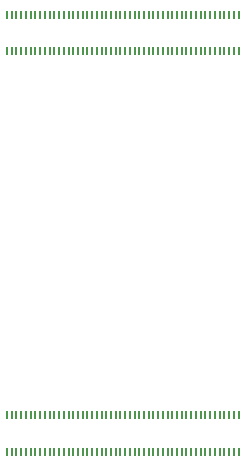
<source format=gbp>
%FSTAX23Y23*%
%MOIN*%
%SFA1B1*%

%IPPOS*%
%ADD32R,0.007870X0.027560*%
%LNtime4cm4_modular-1*%
%LPD*%
G54D32*
X00598Y00062D03*
Y00183D03*
X00614Y00062D03*
Y00183D03*
X00629Y00062D03*
Y00183D03*
X00645Y00062D03*
Y00183D03*
X00661Y00062D03*
Y00183D03*
X00677Y00062D03*
Y00183D03*
X00692Y00062D03*
Y00183D03*
X00708Y00062D03*
Y00183D03*
X00724Y00062D03*
Y00183D03*
X0074Y00062D03*
Y00183D03*
X00755Y00062D03*
Y00183D03*
X00771Y00062D03*
Y00183D03*
X00787Y00062D03*
Y00183D03*
X00803Y00062D03*
Y00183D03*
X00818Y00062D03*
Y00183D03*
X00834Y00062D03*
Y00183D03*
X0085Y00062D03*
Y00183D03*
X00866Y00062D03*
Y00183D03*
X00881Y00062D03*
Y00183D03*
X00897Y00062D03*
Y00183D03*
X00913Y00062D03*
Y00183D03*
X00929Y00062D03*
Y00183D03*
X00944Y00062D03*
Y00183D03*
X0096Y00062D03*
Y00183D03*
X00976Y00062D03*
Y00183D03*
X00992Y00062D03*
Y00183D03*
X01007Y00062D03*
Y00183D03*
X01023Y00062D03*
Y00183D03*
X01039Y00062D03*
Y00183D03*
X01055Y00062D03*
Y00183D03*
X0107Y00062D03*
Y00183D03*
X01086Y00062D03*
Y00183D03*
X01102Y00062D03*
Y00183D03*
X01118Y00062D03*
Y00183D03*
X01133Y00062D03*
Y00183D03*
X01149Y00062D03*
Y00183D03*
X01165Y00062D03*
Y00183D03*
X01181Y00062D03*
Y00183D03*
X01196Y00062D03*
Y00183D03*
X01212Y00062D03*
Y00183D03*
X01228Y00062D03*
Y00183D03*
X01244Y00062D03*
Y00183D03*
X01259Y00062D03*
Y00183D03*
X01275Y00062D03*
Y00183D03*
X01291Y00062D03*
Y00183D03*
X01307Y00062D03*
Y00183D03*
X01322Y00062D03*
Y00183D03*
X01338Y00062D03*
Y00183D03*
X01354Y00062D03*
Y00183D03*
X0137Y00062D03*
Y00183D03*
X00598Y01397D03*
Y01518D03*
X00614Y01397D03*
Y01518D03*
X00629Y01397D03*
Y01518D03*
X00645Y01397D03*
Y01518D03*
X00661Y01397D03*
Y01518D03*
X00677Y01397D03*
Y01518D03*
X00692Y01397D03*
Y01518D03*
X00708Y01397D03*
Y01518D03*
X00724Y01397D03*
Y01518D03*
X0074Y01397D03*
Y01518D03*
X00755Y01397D03*
Y01518D03*
X00771Y01397D03*
Y01518D03*
X00787Y01397D03*
Y01518D03*
X00803Y01397D03*
Y01518D03*
X00818Y01397D03*
Y01518D03*
X00834Y01397D03*
Y01518D03*
X0085Y01397D03*
Y01518D03*
X00866Y01397D03*
Y01518D03*
X00881Y01397D03*
Y01518D03*
X00897Y01397D03*
Y01518D03*
X00913Y01397D03*
Y01518D03*
X00929Y01397D03*
Y01518D03*
X00944Y01397D03*
Y01518D03*
X0096Y01397D03*
Y01518D03*
X00976Y01397D03*
Y01518D03*
X00992Y01397D03*
Y01518D03*
X01007Y01397D03*
Y01518D03*
X01023Y01397D03*
Y01518D03*
X01039Y01397D03*
Y01518D03*
X01055Y01397D03*
Y01518D03*
X0107Y01397D03*
Y01518D03*
X01086Y01397D03*
Y01518D03*
X01102Y01397D03*
Y01518D03*
X01118Y01397D03*
Y01518D03*
X01133Y01397D03*
Y01518D03*
X01149Y01397D03*
Y01518D03*
X01165Y01397D03*
Y01518D03*
X01181Y01397D03*
Y01518D03*
X01196Y01397D03*
Y01518D03*
X01212Y01397D03*
Y01518D03*
X01228Y01397D03*
Y01518D03*
X01244Y01397D03*
Y01518D03*
X01259Y01397D03*
Y01518D03*
X01275Y01397D03*
Y01518D03*
X01291Y01397D03*
Y01518D03*
X01307Y01397D03*
Y01518D03*
X01322Y01397D03*
Y01518D03*
X01338Y01397D03*
Y01518D03*
X01354Y01397D03*
Y01518D03*
X0137Y01397D03*
Y01518D03*
M02*
</source>
